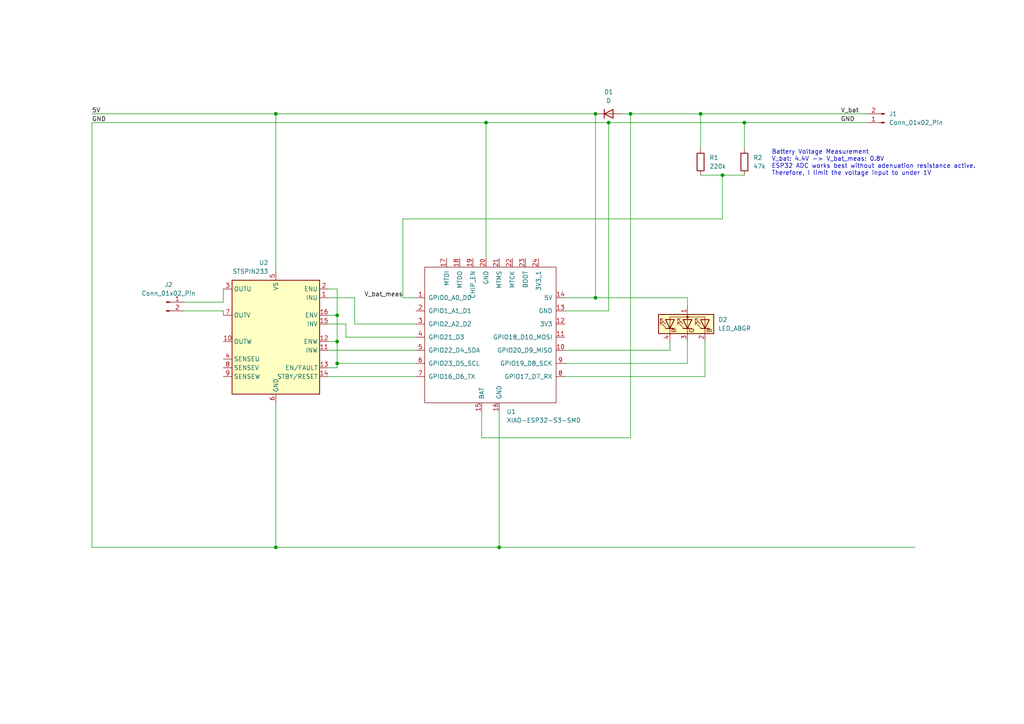
<source format=kicad_sch>
(kicad_sch (version 20250114) (generator "eeschema") (generator_version "9.0")
  (paper "A4")
  (lib_symbols
    (symbol "Connector:Conn_01x02_Pin" (pin_names (offset 1.016) (hide yes))
      (property "Reference" "J" (at 0 2.54 0))
      (property "Value" "Conn_01x02_Pin" (at 0 -5.08 0))
      (symbol "Conn_01x02_Pin_1_1"
        (rectangle (start 0.8636 0.127) (end 0 -0.127) (stroke (width 0.1524)) (fill (type outline)))
        (rectangle (start 0.8636 -2.413) (end 0 -2.667) (stroke (width 0.1524)) (fill (type outline)))
        (polyline (pts (xy 1.27 0) (xy 0.8636 0)) (stroke (width 0.1524)))
        (polyline (pts (xy 1.27 -2.54) (xy 0.8636 -2.54)) (stroke (width 0.1524)))
        (pin passive line (at 5.08 0 180) (length 3.81) (name "Pin_1") (number "1"))
        (pin passive line (at 5.08 -2.54 180) (length 3.81) (name "Pin_2") (number "2"))
      )
    )
    (symbol "Device:D" (pin_numbers (hide yes)) (pin_names (offset 1.016) (hide yes))
      (property "Reference" "D" (at 0 2.54 0))
      (property "Value" "D" (at 0 -2.54 0))
      (symbol "D_0_1"
        (polyline (pts (xy -1.27 1.27) (xy -1.27 -1.27)) (stroke (width 0.254)))
        (polyline (pts (xy 1.27 1.27) (xy 1.27 -1.27) (xy -1.27 0) (xy 1.27 1.27)) (stroke (width 0.254)))
        (polyline (pts (xy 1.27 0) (xy -1.27 0)))
      )
      (symbol "D_1_1"
        (pin passive line (at -3.81 0 0) (length 2.54) (name "K") (number "1"))
        (pin passive line (at 3.81 0 180) (length 2.54) (name "A") (number "2"))
      )
    )
    (symbol "Device:LED_ABGR" (pin_names (offset 0) (hide yes))
      (property "Reference" "D" (at 0 9.398 0))
      (property "Value" "LED_ABGR" (at 0 -8.89 0))
      (symbol "LED_ABGR_0_0"
        (text "R" (at -1.905 3.81 0) (effects (font (size 1.27 1.27))))
        (text "G" (at -1.905 -1.27 0) (effects (font (size 1.27 1.27))))
        (text "B" (at -1.905 -6.35 0) (effects (font (size 1.27 1.27))))
      )
      (symbol "LED_ABGR_0_1"
        (polyline (pts (xy -1.27 6.35) (xy -1.27 3.81)) (stroke (width 0.254)))
        (polyline (pts (xy -1.27 6.35) (xy -1.27 3.81) (xy -1.27 3.81)))
        (polyline (pts (xy -1.27 5.08) (xy -2.54 5.08)))
        (polyline (pts (xy -1.27 5.08) (xy 1.27 5.08)))
        (polyline (pts (xy -1.27 1.27) (xy -1.27 -1.27)) (stroke (width 0.254)))
        (polyline (pts (xy -1.27 1.27) (xy -1.27 -1.27) (xy -1.27 -1.27)))
        (polyline (pts (xy -1.27 0) (xy -2.54 0)))
        (polyline (pts (xy -1.27 -3.81) (xy -1.27 -6.35)) (stroke (width 0.254)))
        (polyline (pts (xy -1.27 -5.08) (xy -2.54 -5.08)))
        (polyline (pts (xy -1.27 -5.08) (xy 1.27 -5.08)))
        (polyline (pts (xy -1.016 6.35) (xy 0.508 7.874) (xy -0.254 7.874) (xy 0.508 7.874) (xy 0.508 7.112)))
        (polyline (pts (xy -1.016 1.27) (xy 0.508 2.794) (xy -0.254 2.794) (xy 0.508 2.794) (xy 0.508 2.032)))
        (polyline (pts (xy -1.016 -3.81) (xy 0.508 -2.286) (xy -0.254 -2.286) (xy 0.508 -2.286) (xy 0.508 -3.048)))
        (polyline (pts (xy 0 6.35) (xy 1.524 7.874) (xy 0.762 7.874) (xy 1.524 7.874) (xy 1.524 7.112)))
        (polyline (pts (xy 0 1.27) (xy 1.524 2.794) (xy 0.762 2.794) (xy 1.524 2.794) (xy 1.524 2.032)))
        (polyline (pts (xy 0 -3.81) (xy 1.524 -2.286) (xy 0.762 -2.286) (xy 1.524 -2.286) (xy 1.524 -3.048)))
        (polyline (pts (xy 1.27 6.35) (xy 1.27 3.81) (xy -1.27 5.08) (xy 1.27 6.35)) (stroke (width 0.254)))
        (rectangle (start 1.27 6.35) (end 1.27 6.35))
        (rectangle (start 1.27 3.81) (end 1.27 6.35))
        (polyline (pts (xy 1.27 1.27) (xy 1.27 -1.27) (xy -1.27 0) (xy 1.27 1.27)) (stroke (width 0.254)))
        (rectangle (start 1.27 1.27) (end 1.27 1.27))
        (polyline (pts (xy 1.27 0) (xy -1.27 0)))
        (polyline (pts (xy 1.27 0) (xy 2.54 0)))
        (rectangle (start 1.27 -1.27) (end 1.27 1.27))
        (polyline (pts (xy 1.27 -3.81) (xy 1.27 -6.35) (xy -1.27 -5.08) (xy 1.27 -3.81)) (stroke (width 0.254)))
        (polyline (pts (xy 1.27 -5.08) (xy 2.032 -5.08) (xy 2.032 5.08) (xy 1.27 5.08)))
        (circle (center 2.032 0) (radius 0.254) (fill (type outline)))
        (rectangle (start 2.794 8.382) (end -2.794 -7.62) (stroke (width 0.254)) (fill (type background)))
      )
      (symbol "LED_ABGR_1_1"
        (pin passive line (at -5.08 5.08 0) (length 2.54) (name "RK") (number "4"))
        (pin passive line (at -5.08 0 0) (length 2.54) (name "GK") (number "3"))
        (pin passive line (at -5.08 -5.08 0) (length 2.54) (name "BK") (number "2"))
        (pin passive line (at 5.08 0 180) (length 2.54) (name "A") (number "1"))
      )
    )
    (symbol "Device:R" (pin_numbers (hide yes)) (pin_names (offset 0))
      (property "Reference" "R" (at 2.032 0 90))
      (property "Value" "R" (at 0 0 90))
      (symbol "R_0_1"
        (rectangle (start -1.016 -2.54) (end 1.016 2.54) (stroke (width 0.254)))
      )
      (symbol "R_1_1"
        (pin passive line (at 0 3.81 270) (length 1.27) (name "~") (number "1"))
        (pin passive line (at 0 -3.81 90) (length 1.27) (name "~") (number "2"))
      )
    )
    (symbol "Driver_Motor:STSPIN233"
      (property "Reference" "U" (at -12.7 16.51 0))
      (property "Value" "STSPIN233" (at 5.08 16.51 0))
      (symbol "STSPIN233_0_1"
        (rectangle (start -12.7 15.24) (end 12.7 -17.78) (stroke (width 0.254)) (fill (type background)))
      )
      (symbol "STSPIN233_1_1"
        (pin input line (at -15.24 12.7 0) (length 2.54) (name "ENU") (number "2"))
        (pin input line (at -15.24 10.16 0) (length 2.54) (name "INU") (number "1"))
        (pin input line (at -15.24 5.08 0) (length 2.54) (name "ENV") (number "16"))
        (pin input line (at -15.24 2.54 0) (length 2.54) (name "INV") (number "15"))
        (pin input line (at -15.24 -2.54 0) (length 2.54) (name "ENW") (number "12"))
        (pin input line (at -15.24 -5.08 0) (length 2.54) (name "INW") (number "11"))
        (pin bidirectional line (at -15.24 -10.16 0) (length 2.54) (name "EN/FAULT") (number "13"))
        (pin input line (at -15.24 -12.7 0) (length 2.54) (name "STBY/RESET") (number "14"))
        (pin power_in line (at 0 17.78 270) (length 2.54) (name "VS") (number "5"))
        (pin passive line (at 0 -20.32 90) (length 2.54) (hide yes) (name "GND") (number "17"))
        (pin power_in line (at 0 -20.32 90) (length 2.54) (name "GND") (number "6"))
        (pin power_out line (at 15.24 12.7 180) (length 2.54) (name "OUTU") (number "3"))
        (pin power_out line (at 15.24 5.08 180) (length 2.54) (name "OUTV") (number "7"))
        (pin power_out line (at 15.24 -2.54 180) (length 2.54) (name "OUTW") (number "10"))
        (pin input line (at 15.24 -7.62 180) (length 2.54) (name "SENSEU") (number "4"))
        (pin input line (at 15.24 -10.16 180) (length 2.54) (name "SENSEV") (number "8"))
        (pin input line (at 15.24 -12.7 180) (length 2.54) (name "SENSEW") (number "9"))
      )
    )
    (symbol "xiao:XIAO-ESP32-C6-SMD" (pin_names (offset 1.016))
      (property "Reference" "U" (at -18.542 23.114 0))
      (property "Value" "XIAO-ESP32-S3-SMD" (at -8.382 21.336 0))
      (symbol "XIAO-ESP32-C6-SMD_0_1"
        (rectangle (start 19.05 -19.05) (end -19.05 20.32))
      )
      (symbol "XIAO-ESP32-C6-SMD_1_1"
        (pin passive line (at -21.59 11.43 0) (length 2.54) (name "GPIO0_A0_D0") (number "1"))
        (pin passive line (at -21.59 7.62 0) (length 2.54) (name "GPIO1_A1_D1") (number "2"))
        (pin passive line (at -21.59 3.81 0) (length 2.54) (name "GPIO2_A2_D2") (number "3"))
        (pin passive line (at -21.59 0 0) (length 2.54) (name "GPIO21_D3") (number "4"))
        (pin passive line (at -21.59 -3.81 0) (length 2.54) (name "GPIO22_D4_SDA") (number "5"))
        (pin passive line (at -21.59 -7.62 0) (length 2.54) (name "GPIO23_D5_SCL") (number "6"))
        (pin passive line (at -21.59 -11.43 0) (length 2.54) (name "GPIO16_D6_TX") (number "7"))
        (pin passive line (at -12.7 22.86 270) (length 2.54) (name "MTDI") (number "17"))
        (pin passive line (at -8.89 22.86 270) (length 2.54) (name "MTDO") (number "18"))
        (pin passive line (at -5.08 22.86 270) (length 2.54) (name "CHIP_EN") (number "19"))
        (pin passive line (at -2.54 -21.59 90) (length 2.54) (name "BAT") (number "15"))
        (pin passive line (at -1.27 22.86 270) (length 2.54) (name "GND") (number "20"))
        (pin passive line (at 2.54 22.86 270) (length 2.54) (name "MTMS") (number "21"))
        (pin passive line (at 2.54 -21.59 90) (length 2.54) (name "GND") (number "16"))
        (pin passive line (at 6.35 22.86 270) (length 2.54) (name "MTCK") (number "22"))
        (pin passive line (at 10.16 22.86 270) (length 2.54) (name "BOOT") (number "23"))
        (pin passive line (at 13.97 22.86 270) (length 2.54) (name "3V3_1") (number "24"))
        (pin passive line (at 21.59 11.43 180) (length 2.54) (name "5V") (number "14"))
        (pin passive line (at 21.59 7.62 180) (length 2.54) (name "GND") (number "13"))
        (pin passive line (at 21.59 3.81 180) (length 2.54) (name "3V3") (number "12"))
        (pin passive line (at 21.59 0 180) (length 2.54) (name "GPIO18_D10_MOSI") (number "11"))
        (pin passive line (at 21.59 -3.81 180) (length 2.54) (name "GPIO20_D9_MISO") (number "10"))
        (pin passive line (at 21.59 -7.62 180) (length 2.54) (name "GPIO19_D8_SCK") (number "9"))
        (pin passive line (at 21.59 -11.43 180) (length 2.54) (name "GPIO17_D7_RX") (number "8"))
      )
    )
  )
  (text "Battery Voltage Measurement\nV_bat: 4.4V -> V_bat_meas: 0.8V\nESP32 ADC works best without adenuation resistance active.\nTherefore, I limit the voltage input to under 1V" (at 223.774 47.244 0) (effects (font (size 1.27 1.27)) (justify left)))
  (junction (at 97.79 99.06))
  (junction (at 182.88 33.02))
  (junction (at 203.2 33.02))
  (junction (at 140.97 35.56))
  (junction (at 80.01 33.02))
  (junction (at 172.72 33.02))
  (junction (at 172.72 86.36))
  (junction (at 215.9 35.56))
  (junction (at 80.01 158.75))
  (junction (at 97.79 91.44))
  (junction (at 209.55 50.8))
  (junction (at 176.53 35.56))
  (junction (at 97.79 105.41))
  (junction (at 144.78 158.75))
  (wire (pts (xy 199.39 88.9) (xy 199.39 86.36)))
  (wire (pts (xy 203.2 33.02) (xy 251.46 33.02)))
  (wire (pts (xy 102.87 93.98) (xy 120.65 93.98)))
  (wire (pts (xy 26.67 35.56) (xy 26.67 158.75)))
  (wire (pts (xy 95.25 83.82) (xy 97.79 83.82)))
  (wire (pts (xy 64.77 87.63) (xy 64.77 83.82)))
  (wire (pts (xy 163.83 109.22) (xy 204.47 109.22)))
  (wire (pts (xy 215.9 35.56) (xy 251.46 35.56)))
  (wire (pts (xy 95.25 106.68) (xy 97.79 106.68)))
  (wire (pts (xy 140.97 35.56) (xy 176.53 35.56)))
  (wire (pts (xy 163.83 101.6) (xy 194.31 101.6)))
  (wire (pts (xy 204.47 99.06) (xy 204.47 109.22)))
  (wire (pts (xy 215.9 35.56) (xy 215.9 43.18)))
  (wire (pts (xy 64.77 90.17) (xy 64.77 91.44)))
  (wire (pts (xy 203.2 50.8) (xy 209.55 50.8)))
  (wire (pts (xy 176.53 90.17) (xy 176.53 35.56)))
  (wire (pts (xy 194.31 99.06) (xy 194.31 101.6)))
  (wire (pts (xy 97.79 106.68) (xy 97.79 105.41)))
  (wire (pts (xy 100.33 97.79) (xy 120.65 97.79)))
  (wire (pts (xy 95.25 91.44) (xy 97.79 91.44)))
  (wire (pts (xy 180.34 33.02) (xy 182.88 33.02)))
  (wire (pts (xy 144.78 119.38) (xy 144.78 158.75)))
  (wire (pts (xy 144.78 158.75) (xy 265.43 158.75)))
  (wire (pts (xy 139.7 127) (xy 182.88 127)))
  (wire (pts (xy 199.39 86.36) (xy 172.72 86.36)))
  (wire (pts (xy 97.79 99.06) (xy 95.25 99.06)))
  (wire (pts (xy 209.55 50.8) (xy 215.9 50.8)))
  (wire (pts (xy 95.25 93.98) (xy 100.33 93.98)))
  (wire (pts (xy 163.83 105.41) (xy 199.39 105.41)))
  (wire (pts (xy 80.01 78.74) (xy 80.01 33.02)))
  (wire (pts (xy 95.25 86.36) (xy 102.87 86.36)))
  (wire (pts (xy 95.25 101.6) (xy 120.65 101.6)))
  (wire (pts (xy 140.97 35.56) (xy 140.97 74.93)))
  (wire (pts (xy 182.88 127) (xy 182.88 33.02)))
  (wire (pts (xy 203.2 33.02) (xy 203.2 43.18)))
  (wire (pts (xy 100.33 93.98) (xy 100.33 97.79)))
  (wire (pts (xy 102.87 86.36) (xy 102.87 93.98)))
  (wire (pts (xy 26.67 35.56) (xy 140.97 35.56)))
  (wire (pts (xy 80.01 158.75) (xy 26.67 158.75)))
  (wire (pts (xy 53.34 90.17) (xy 64.77 90.17)))
  (wire (pts (xy 26.67 33.02) (xy 80.01 33.02)))
  (wire (pts (xy 172.72 86.36) (xy 163.83 86.36)))
  (wire (pts (xy 53.34 87.63) (xy 64.77 87.63)))
  (wire (pts (xy 199.39 99.06) (xy 199.39 105.41)))
  (wire (pts (xy 97.79 91.44) (xy 97.79 99.06)))
  (wire (pts (xy 80.01 116.84) (xy 80.01 158.75)))
  (wire (pts (xy 80.01 33.02) (xy 172.72 33.02)))
  (wire (pts (xy 97.79 99.06) (xy 97.79 105.41)))
  (wire (pts (xy 116.84 63.5) (xy 116.84 86.36)))
  (wire (pts (xy 97.79 83.82) (xy 97.79 91.44)))
  (wire (pts (xy 176.53 35.56) (xy 215.9 35.56)))
  (wire (pts (xy 163.83 90.17) (xy 176.53 90.17)))
  (wire (pts (xy 209.55 63.5) (xy 116.84 63.5)))
  (wire (pts (xy 95.25 109.22) (xy 120.65 109.22)))
  (wire (pts (xy 116.84 86.36) (xy 120.65 86.36)))
  (wire (pts (xy 172.72 33.02) (xy 172.72 86.36)))
  (wire (pts (xy 182.88 33.02) (xy 203.2 33.02)))
  (wire (pts (xy 139.7 119.38) (xy 139.7 127)))
  (wire (pts (xy 144.78 158.75) (xy 80.01 158.75)))
  (wire (pts (xy 97.79 105.41) (xy 120.65 105.41)))
  (wire (pts (xy 209.55 50.8) (xy 209.55 63.5)))
  (label "GND" (at 26.67 35.56 0))
  (label "GND" (at 243.84 35.56 0))
  (label "5V" (at 26.67 33.02 0))
  (label "V_bat" (at 243.84 33.02 0))
  (label "V_bat_meas" (at 116.84 86.36 180))
  (symbol (lib_id "Connector:Conn_01x02_Pin") (at 256.54 35.56 180) (unit 1)
    (property "Reference" "J1" (at 257.81 33.0199 0) (effects (justify right)))
    (property "Value" "Conn_01x02_Pin" (at 257.81 35.5599 0) (effects (justify right)))
    (property "Footprint" "Connector_PinHeader_2.54mm:PinHeader_1x02_P2.54mm_Vertical" (effects (hide yes)))
    (property "Description" "Generic connector, single row, 01x02, script generated" (effects (hide yes)))
  )
  (symbol (lib_id "Device:LED_ABGR") (at 199.39 93.98 90) (unit 1)
    (property "Reference" "D2" (at 208.28 92.7099 90) (effects (justify right)))
    (property "Value" "LED_ABGR" (at 208.28 95.2499 90) (effects (justify right)))
    (property "Description" "RGB LED, anode/blue/green/red" (effects (hide yes)))
  )
  (symbol (lib_id "Device:R") (at 203.2 46.99 0) (unit 1)
    (property "Reference" "R1" (at 205.74 45.7199 0) (effects (justify left)))
    (property "Value" "220k" (at 205.74 48.2599 0) (effects (justify left)))
    (property "Footprint" "Resistor_SMD:R_0603_1608Metric" (effects (hide yes)))
    (property "Description" "Resistor" (effects (hide yes)))
  )
  (symbol (lib_id "Device:R") (at 215.9 46.99 0) (unit 1)
    (property "Reference" "R2" (at 218.44 45.7199 0) (effects (justify left)))
    (property "Value" "47k" (at 218.44 48.2599 0) (effects (justify left)))
    (property "Footprint" "Resistor_SMD:R_0603_1608Metric" (effects (hide yes)))
    (property "Description" "Resistor" (effects (hide yes)))
  )
  (symbol (lib_id "Connector:Conn_01x02_Pin") (at 48.26 87.63 0) (unit 1)
    (property "Reference" "J2" (at 48.895 82.55 0))
    (property "Value" "Conn_01x02_Pin" (at 48.895 85.09 0))
    (property "Footprint" "Connector_PinHeader_2.54mm:PinHeader_1x02_P2.54mm_Vertical" (effects (hide yes)))
    (property "Description" "Generic connector, single row, 01x02, script generated" (effects (hide yes)))
  )
  (symbol (lib_id "xiao:XIAO-ESP32-C6-SMD") (at 142.24 97.79 0) (unit 1)
    (property "Reference" "U1" (at 146.9233 119.38 0) (effects (justify left)))
    (property "Value" "XIAO-ESP32-S3-SMD" (at 146.9233 121.92 0) (effects (justify left)))
    (property "Footprint" "RF_Module:MCU_Seeed_ESP32C3" (effects (hide yes)))
  )
  (symbol (lib_id "Driver_Motor:STSPIN233") (at 80.01 96.52 0) (mirror y) (unit 1)
    (property "Reference" "U2" (at 77.8667 76.2 0) (effects (justify left)))
    (property "Value" "STSPIN233" (at 77.8667 78.74 0) (effects (justify left)))
    (property "Footprint" "Package_DFN_QFN:VQFN-16-1EP_3x3mm_P0.5mm_EP1.8x1.8mm" (effects (hide yes)))
    (property "Datasheet" "www.st.com/resource/en/datasheet/stspin233.pdf" (effects (hide yes)))
    (property "Description" "Low voltage three phase and three sense motor driver, 1.8V to 10V input, 1.3Arms output, 0.4Ω Rdson per phase (typical), QFN-16 package" (effects (hide yes)))
  )
  (symbol (lib_id "Device:D") (at 176.53 33.02 0) (unit 1)
    (property "Reference" "D1" (at 176.53 26.67 0))
    (property "Value" "D" (at 176.53 29.21 0))
    (property "Description" "Diode" (effects (hide yes)))
    (property "Sim.Device" "D" (effects (hide yes)))
    (property "Sim.Pins" "1=K 2=A" (effects (hide yes)))
  )
)
</source>
